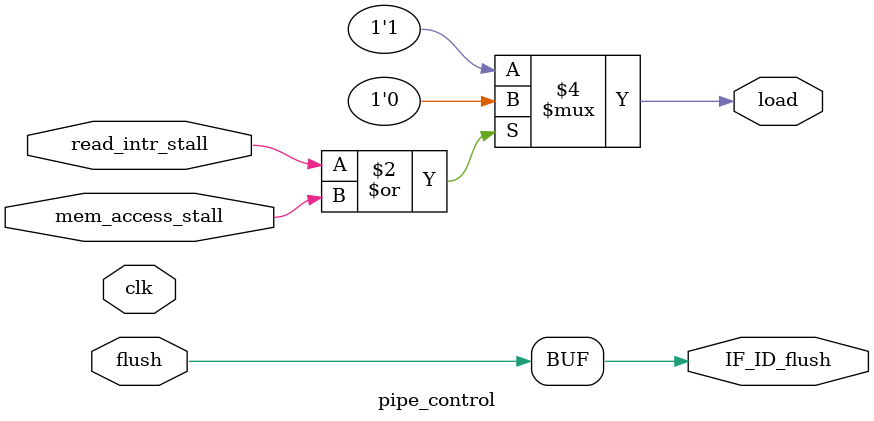
<source format=sv>
module pipe_control
(
	/*add NOP*/
   input flush,
   output logic IF_ID_flush,
   /*freeze the pipes*/
	input read_intr_stall,
	input mem_access_stall,
	output logic load,
	input clk
);

always_comb begin
	 load = 1'b1;
	 if(read_intr_stall|mem_access_stall)
		load = 1'b0;
    IF_ID_flush = flush;
end


endmodule

</source>
